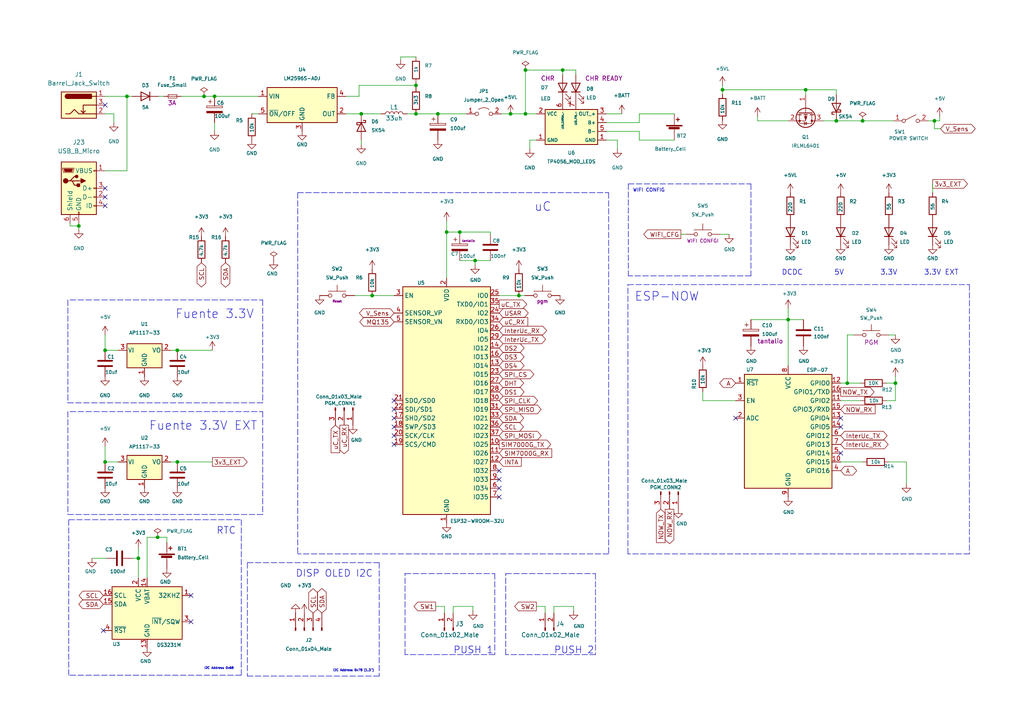
<source format=kicad_sch>
(kicad_sch (version 20211123) (generator eeschema)
  (paper "A4")
  (junction (at 62.23 27.94))
  (junction (at 245.745 111.125))
  (junction (at 51.435 133.985))
  (junction (at 271.018 35.052))
  (junction (at 259.715 111.125))
  (junction (at 107.95 85.725))
  (junction (at 30.48 101.6))
  (junction (at 152.4 33.02))
  (junction (at 120.65 24.765))
  (junction (at 127 33.02))
  (junction (at 129.54 67.31))
  (junction (at 120.65 33.02))
  (junction (at 45.72 155.829))
  (junction (at 242.57 35.052))
  (junction (at 133.35 67.31))
  (junction (at 40.132 161.925))
  (junction (at 228.6 92.71))
  (junction (at 36.83 27.94))
  (junction (at 104.775 33.02))
  (junction (at 30.48 133.985))
  (junction (at 209.55 26.035))
  (junction (at 59.182 27.94))
  (junction (at 250.19 35.052))
  (junction (at 152.4 20.32))
  (junction (at 22.86 65.532))
  (junction (at 51.435 101.6))
  (junction (at 233.68 26.035))
  (junction (at 137.795 75.565))
  (junction (at 148.082 33.02))
  (junction (at 150.495 85.725))
  (junction (at 163.195 20.32))
  (no_connect (at 30.48 54.61))
  (no_connect (at 30.48 57.15))
  (no_connect (at 30.48 59.69))
  (no_connect (at 55.372 172.72))
  (no_connect (at 243.84 123.825))
  (no_connect (at 243.84 121.285))
  (no_connect (at 29.972 182.88))
  (no_connect (at 114.3 116.205))
  (no_connect (at 114.3 123.825))
  (no_connect (at 114.3 121.285))
  (no_connect (at 114.3 118.745))
  (no_connect (at 114.3 128.905))
  (no_connect (at 114.3 126.365))
  (no_connect (at 144.78 139.065))
  (no_connect (at 144.78 144.145))
  (no_connect (at 144.78 141.605))
  (no_connect (at 144.78 136.525))
  (no_connect (at 213.36 121.285))
  (no_connect (at 55.372 180.34))
  (no_connect (at 243.84 131.445))
  (no_connect (at 30.48 30.48))
  (wire (pts (xy 30.48 101.6) (xy 34.29 101.6)))
  (wire (pts (xy 175.895 38.1) (xy 185.42 38.1)))
  (wire (pts (xy 129.54 67.31) (xy 129.54 80.645)))
  (wire (pts (xy 36.83 27.94) (xy 38.354 27.94)))
  (wire (pts (xy 127 33.02) (xy 135.255 33.02)))
  (wire (pts (xy 62.23 27.94) (xy 74.93 27.94)))
  (wire (pts (xy 148.082 33.02) (xy 152.4 33.02)))
  (wire (pts (xy 155.575 40.64) (xy 153.67 40.64)))
  (polyline (pts (xy 182.118 160.655) (xy 182.118 82.55)))
  (wire (pts (xy 203.835 113.665) (xy 203.835 116.205)))
  (wire (pts (xy 228.6 92.71) (xy 228.6 106.045)))
  (wire (pts (xy 175.895 40.64) (xy 179.07 40.64)))
  (wire (pts (xy 270.51 53.34) (xy 270.51 55.88)))
  (wire (pts (xy 38.481 161.925) (xy 40.132 161.925)))
  (wire (pts (xy 242.57 35.052) (xy 250.19 35.052)))
  (polyline (pts (xy 146.685 166.37) (xy 172.72 166.37)))
  (polyline (pts (xy 71.755 163.195) (xy 71.755 196.088)))
  (wire (pts (xy 52.578 27.94) (xy 59.182 27.94)))
  (wire (pts (xy 175.895 33.02) (xy 180.34 33.02)))
  (polyline (pts (xy 143.51 189.865) (xy 117.475 189.865)))
  (wire (pts (xy 163.195 20.32) (xy 163.195 21.59)))
  (wire (pts (xy 262.89 133.985) (xy 262.89 140.335)))
  (wire (pts (xy 116.205 16.51) (xy 120.65 16.51)))
  (polyline (pts (xy 109.982 196.088) (xy 71.755 196.088)))
  (wire (pts (xy 257.81 133.985) (xy 262.89 133.985)))
  (wire (pts (xy 107.95 85.725) (xy 114.3 85.725)))
  (polyline (pts (xy 146.685 166.37) (xy 146.685 166.37)))
  (wire (pts (xy 133.35 67.31) (xy 133.35 67.945)))
  (wire (pts (xy 197.485 67.945) (xy 198.755 67.945)))
  (wire (pts (xy 228.6 92.71) (xy 233.045 92.71)))
  (wire (pts (xy 120.65 24.765) (xy 104.14 24.765)))
  (wire (pts (xy 104.775 40.64) (xy 104.775 41.91)))
  (wire (pts (xy 40.132 161.925) (xy 40.132 167.64)))
  (wire (pts (xy 269.24 35.052) (xy 271.018 35.052)))
  (polyline (pts (xy 20.32 119.38) (xy 76.2 119.38)))
  (polyline (pts (xy 217.805 80.01) (xy 182.245 80.01)))
  (polyline (pts (xy 19.685 86.995) (xy 19.685 116.84)))
  (polyline (pts (xy 69.977 150.749) (xy 69.977 195.834)))
  (polyline (pts (xy 143.51 166.37) (xy 143.51 189.865)))
  (wire (pts (xy 142.24 67.945) (xy 142.24 67.31)))
  (wire (pts (xy 242.57 27.432) (xy 242.57 26.035)))
  (polyline (pts (xy 19.939 150.749) (xy 19.939 195.834)))
  (wire (pts (xy 120.65 24.13) (xy 120.65 24.765)))
  (wire (pts (xy 120.65 33.02) (xy 127 33.02)))
  (wire (pts (xy 20.32 64.77) (xy 20.32 65.532)))
  (wire (pts (xy 116.205 16.51) (xy 116.205 17.399)))
  (wire (pts (xy 185.42 33.02) (xy 195.58 33.02)))
  (wire (pts (xy 217.805 92.71) (xy 228.6 92.71)))
  (polyline (pts (xy 71.755 163.195) (xy 109.982 163.195)))
  (wire (pts (xy 62.23 35.56) (xy 62.23 37.973)))
  (polyline (pts (xy 109.982 163.195) (xy 109.982 196.088)))
  (wire (pts (xy 228.6 89.535) (xy 228.6 92.71)))
  (wire (pts (xy 137.16 177.165) (xy 137.16 175.895)))
  (polyline (pts (xy 69.977 195.834) (xy 19.939 195.834)))
  (wire (pts (xy 160.655 175.895) (xy 160.655 177.8)))
  (wire (pts (xy 137.16 175.895) (xy 131.445 175.895)))
  (wire (pts (xy 185.42 33.02) (xy 185.42 35.56)))
  (polyline (pts (xy 19.685 119.38) (xy 19.685 149.225)))
  (wire (pts (xy 59.182 27.94) (xy 62.23 27.94)))
  (wire (pts (xy 219.71 35.052) (xy 219.71 33.782)))
  (wire (pts (xy 203.835 116.205) (xy 213.36 116.205)))
  (wire (pts (xy 257.175 116.205) (xy 259.715 116.205)))
  (polyline (pts (xy 20.32 86.995) (xy 76.2 86.995)))
  (wire (pts (xy 242.57 26.035) (xy 233.68 26.035)))
  (polyline (pts (xy 76.2 116.84) (xy 19.685 116.84)))
  (wire (pts (xy 179.07 40.64) (xy 179.07 43.18)))
  (polyline (pts (xy 172.72 189.865) (xy 146.685 189.865)))
  (wire (pts (xy 243.84 116.205) (xy 249.555 116.205)))
  (wire (pts (xy 51.435 133.985) (xy 61.595 133.985)))
  (wire (pts (xy 152.4 33.02) (xy 155.575 33.02)))
  (wire (pts (xy 40.132 159.004) (xy 40.132 161.925)))
  (wire (pts (xy 250.19 35.052) (xy 259.08 35.052)))
  (wire (pts (xy 48.387 155.829) (xy 45.72 155.829)))
  (wire (pts (xy 49.53 101.6) (xy 51.435 101.6)))
  (wire (pts (xy 128.905 175.895) (xy 128.905 177.8)))
  (wire (pts (xy 259.715 116.205) (xy 259.715 111.125)))
  (wire (pts (xy 185.42 40.64) (xy 195.58 40.64)))
  (polyline (pts (xy 76.2 86.995) (xy 76.2 116.84)))
  (polyline (pts (xy 281.178 82.55) (xy 281.178 160.655)))
  (wire (pts (xy 185.42 38.1) (xy 185.42 40.64)))
  (polyline (pts (xy 217.805 53.34) (xy 217.805 80.01)))
  (wire (pts (xy 118.11 33.02) (xy 120.65 33.02)))
  (wire (pts (xy 209.55 26.035) (xy 233.68 26.035)))
  (wire (pts (xy 166.37 177.165) (xy 166.37 175.895)))
  (wire (pts (xy 131.445 175.895) (xy 131.445 177.8)))
  (wire (pts (xy 48.387 157.353) (xy 48.387 155.829)))
  (wire (pts (xy 100.33 33.02) (xy 104.775 33.02)))
  (wire (pts (xy 22.86 66.548) (xy 22.86 65.532)))
  (wire (pts (xy 245.745 97.155) (xy 245.745 111.125)))
  (polyline (pts (xy 146.685 189.865) (xy 146.685 166.37)))
  (wire (pts (xy 209.55 26.035) (xy 209.55 27.305)))
  (wire (pts (xy 20.32 65.532) (xy 22.86 65.532)))
  (wire (pts (xy 133.35 67.31) (xy 142.24 67.31)))
  (wire (pts (xy 271.018 37.338) (xy 271.018 35.052)))
  (wire (pts (xy 167.005 21.59) (xy 167.005 20.32)))
  (polyline (pts (xy 176.53 55.88) (xy 176.53 160.655)))
  (wire (pts (xy 30.48 97.155) (xy 30.48 101.6)))
  (polyline (pts (xy 86.36 55.88) (xy 176.53 55.88)))
  (wire (pts (xy 243.84 111.125) (xy 245.745 111.125)))
  (wire (pts (xy 233.68 26.035) (xy 233.68 27.432)))
  (wire (pts (xy 33.02 35.56) (xy 33.02 33.02)))
  (wire (pts (xy 245.745 111.125) (xy 249.555 111.125)))
  (wire (pts (xy 271.018 35.052) (xy 272.542 35.052)))
  (polyline (pts (xy 182.118 82.55) (xy 281.178 82.55)))
  (wire (pts (xy 36.83 49.53) (xy 36.83 27.94)))
  (wire (pts (xy 126.365 175.895) (xy 128.905 175.895)))
  (wire (pts (xy 133.35 75.565) (xy 137.795 75.565)))
  (polyline (pts (xy 117.475 189.865) (xy 117.475 166.37)))
  (wire (pts (xy 209.55 24.765) (xy 209.55 26.035)))
  (polyline (pts (xy 182.245 53.34) (xy 182.245 80.01)))
  (wire (pts (xy 129.54 64.135) (xy 129.54 67.31)))
  (wire (pts (xy 137.795 75.565) (xy 142.24 75.565)))
  (wire (pts (xy 104.14 24.765) (xy 104.14 27.94)))
  (wire (pts (xy 185.42 35.56) (xy 175.895 35.56)))
  (wire (pts (xy 155.575 175.895) (xy 158.115 175.895)))
  (wire (pts (xy 150.495 85.725) (xy 152.273 85.725)))
  (wire (pts (xy 22.86 65.532) (xy 22.86 64.77)))
  (wire (pts (xy 272.542 35.052) (xy 272.542 33.782)))
  (wire (pts (xy 238.76 35.052) (xy 242.57 35.052)))
  (wire (pts (xy 100.33 27.94) (xy 104.14 27.94)))
  (wire (pts (xy 45.72 155.829) (xy 42.672 155.829)))
  (polyline (pts (xy 76.2 119.38) (xy 76.2 149.225)))
  (wire (pts (xy 129.54 67.31) (xy 133.35 67.31)))
  (polyline (pts (xy 281.178 160.655) (xy 182.118 160.655)))
  (wire (pts (xy 102.87 85.725) (xy 107.95 85.725)))
  (wire (pts (xy 42.672 155.829) (xy 42.672 167.64)))
  (wire (pts (xy 30.48 133.985) (xy 34.29 133.985)))
  (wire (pts (xy 257.81 97.155) (xy 259.715 97.155)))
  (wire (pts (xy 51.435 101.6) (xy 61.595 101.6)))
  (wire (pts (xy 30.48 49.53) (xy 36.83 49.53)))
  (wire (pts (xy 30.48 129.54) (xy 30.48 133.985)))
  (wire (pts (xy 158.115 175.895) (xy 158.115 177.8)))
  (wire (pts (xy 243.84 133.985) (xy 250.19 133.985)))
  (wire (pts (xy 145.415 33.02) (xy 148.082 33.02)))
  (wire (pts (xy 163.195 20.32) (xy 152.4 20.32)))
  (polyline (pts (xy 176.53 160.655) (xy 86.36 160.655)))
  (wire (pts (xy 259.715 111.125) (xy 259.715 109.22)))
  (wire (pts (xy 167.005 20.32) (xy 163.195 20.32)))
  (polyline (pts (xy 76.2 149.225) (xy 19.685 149.225)))
  (wire (pts (xy 26.67 161.925) (xy 30.861 161.925)))
  (wire (pts (xy 272.796 37.338) (xy 271.018 37.338)))
  (wire (pts (xy 208.915 67.945) (xy 211.455 67.945)))
  (polyline (pts (xy 86.36 55.88) (xy 86.36 160.655)))
  (wire (pts (xy 45.974 27.94) (xy 47.498 27.94)))
  (wire (pts (xy 152.4 20.32) (xy 152.4 33.02)))
  (polyline (pts (xy 19.939 150.749) (xy 69.977 150.749)))
  (wire (pts (xy 153.67 40.64) (xy 153.67 43.18)))
  (wire (pts (xy 120.65 24.765) (xy 120.65 25.4)))
  (wire (pts (xy 257.175 111.125) (xy 259.715 111.125)))
  (wire (pts (xy 247.65 97.155) (xy 245.745 97.155)))
  (wire (pts (xy 33.02 33.02) (xy 30.48 33.02)))
  (wire (pts (xy 104.775 33.02) (xy 110.49 33.02)))
  (polyline (pts (xy 182.245 53.34) (xy 217.805 53.34)))
  (wire (pts (xy 137.795 76.835) (xy 137.795 75.565)))
  (wire (pts (xy 166.37 175.895) (xy 160.655 175.895)))
  (wire (pts (xy 30.48 27.94) (xy 36.83 27.94)))
  (wire (pts (xy 49.53 133.985) (xy 51.435 133.985)))
  (polyline (pts (xy 172.72 166.37) (xy 172.72 189.865)))
  (polyline (pts (xy 117.475 166.37) (xy 117.475 166.37)))
  (wire (pts (xy 144.78 85.725) (xy 150.495 85.725)))
  (polyline (pts (xy 117.475 166.37) (xy 143.51 166.37)))
  (wire (pts (xy 73.025 33.02) (xy 74.93 33.02)))
  (wire (pts (xy 228.6 35.052) (xy 219.71 35.052)))
  (text "5V" (at 241.935 80.01 0) (effects (font (size 1.5 1.5)) (justify left bottom)))
  (text "WIFI CONFIG" (at 183.515 55.88 0) (effects (font (size 1 1)) (justify left bottom)))
  (text "DISP OLED I2C" (at 85.725 167.64 0) (effects (font (size 2 2)) (justify left bottom)))
  (text "Fuente 3.3V" (at 50.8 92.71 0) (effects (font (size 2.54 2.54)) (justify left bottom)))
  (text "PUSH 1" (at 131.445 189.865 0) (effects (font (size 2 2)) (justify left bottom)))
  (text "I2C Address 0x78 (1.3\")" (at 96.52 194.945 0) (effects (font (size 0.635 0.635)) (justify left bottom)))
  (text "I2C Address 0x68" (at 59.182 194.31 0) (effects (font (size 0.635 0.635)) (justify left bottom)))
  (text "uC" (at 154.94 61.595 0) (effects (font (size 2.54 2.54)) (justify left bottom)))
  (text "ESP-NOW" (at 184.023 87.63 0) (effects (font (size 2.54 2.54)) (justify left bottom)))
  (text "Fuente 3.3V EXT" (at 43.18 125.095 0) (effects (font (size 2.54 2.54)) (justify left bottom)))
  (text "DCDC" (at 226.695 80.01 0) (effects (font (size 1.5 1.5)) (justify left bottom)))
  (text "PUSH 2" (at 160.655 189.865 0) (effects (font (size 2 2)) (justify left bottom)))
  (text "RTC" (at 62.738 155.194 0) (effects (font (size 2 2)) (justify left bottom)))
  (text "3.3V" (at 255.27 80.01 0) (effects (font (size 1.5 1.5)) (justify left bottom)))
  (text "3.3V EXT" (at 267.97 80.01 0) (effects (font (size 1.5 1.5)) (justify left bottom)))
  (global_label "SCL" (shape bidirectional) (at 58.42 76.2 270) (property "Referencias entre hojas" "${INTERSHEET_REFS}" (effects hide)))
  (global_label "SPI_CS" (shape bidirectional) (at 144.78 108.585 0) (property "Referencias entre hojas" "${INTERSHEET_REFS}" (effects hide)))
  (global_label "3v3_EXT" (shape output) (at 61.595 133.985 0) (property "Referencias entre hojas" "${INTERSHEET_REFS}" (effects hide)))
  (global_label "3v3_EXT" (shape output) (at 270.51 53.34 0) (property "Referencias entre hojas" "${INTERSHEET_REFS}" (effects hide)))
  (global_label "A" (shape bidirectional) (at 243.84 136.525 0) (property "Referencias entre hojas" "${INTERSHEET_REFS}" (effects hide)))
  (global_label "SCL" (shape bidirectional) (at 144.78 123.825 0) (property "Referencias entre hojas" "${INTERSHEET_REFS}" (effects hide)))
  (global_label "NOW_TX" (shape output) (at 243.84 113.665 0) (property "Referencias entre hojas" "${INTERSHEET_REFS}" (effects hide)))
  (global_label "V_Sens" (shape bidirectional) (at 114.3 90.805 180) (property "Referencias entre hojas" "${INTERSHEET_REFS}" (effects hide)))
  (global_label "InterUc_RX" (shape bidirectional) (at 144.78 95.885 0) (property "Referencias entre hojas" "${INTERSHEET_REFS}" (effects hide)))
  (global_label "InterUc_TX" (shape bidirectional) (at 243.84 126.365 0) (property "Referencias entre hojas" "${INTERSHEET_REFS}" (effects hide)))
  (global_label "NOW_RX" (shape input) (at 243.84 118.745 0) (property "Referencias entre hojas" "${INTERSHEET_REFS}" (effects hide)))
  (global_label "uC_TX" (shape input) (at 97.282 123.317 270) (property "Referencias entre hojas" "${INTERSHEET_REFS}" (effects hide)))
  (global_label "A" (shape bidirectional) (at 213.36 111.125 180) (property "Referencias entre hojas" "${INTERSHEET_REFS}" (effects hide)))
  (global_label "SCL" (shape bidirectional) (at 29.972 172.72 180) (property "Referencias entre hojas" "${INTERSHEET_REFS}" (effects hide)))
  (global_label "DS1" (shape bidirectional) (at 144.78 113.665 0) (property "Referencias entre hojas" "${INTERSHEET_REFS}" (effects hide)))
  (global_label "SIM7000G_RX" (shape input) (at 144.78 131.445 0) (property "Referencias entre hojas" "${INTERSHEET_REFS}" (effects hide)))
  (global_label "DHT" (shape bidirectional) (at 144.78 111.125 0) (property "Referencias entre hojas" "${INTERSHEET_REFS}" (effects hide)))
  (global_label "SDA" (shape bidirectional) (at 93.345 177.8 90) (property "Referencias entre hojas" "${INTERSHEET_REFS}" (effects hide)))
  (global_label "SDA" (shape bidirectional) (at 29.972 175.26 180) (property "Referencias entre hojas" "${INTERSHEET_REFS}" (effects hide)))
  (global_label "SPI_MISO" (shape bidirectional) (at 144.78 118.745 0) (property "Referencias entre hojas" "${INTERSHEET_REFS}" (effects hide)))
  (global_label "SDA" (shape bidirectional) (at 144.78 121.285 0) (property "Referencias entre hojas" "${INTERSHEET_REFS}" (effects hide)))
  (global_label "InterUc_TX" (shape bidirectional) (at 144.78 98.425 0) (property "Referencias entre hojas" "${INTERSHEET_REFS}" (effects hide)))
  (global_label "V_Sens" (shape bidirectional) (at 272.796 37.338 0) (property "Referencias entre hojas" "${INTERSHEET_REFS}" (effects hide)))
  (global_label "INTA" (shape input) (at 144.78 133.985 0) (property "Referencias entre hojas" "${INTERSHEET_REFS}" (effects hide)))
  (global_label "NOW_RX" (shape output) (at 194.183 147.701 270) (property "Referencias entre hojas" "${INTERSHEET_REFS}" (effects hide)))
  (global_label "DS3" (shape bidirectional) (at 144.78 103.505 0) (property "Referencias entre hojas" "${INTERSHEET_REFS}" (effects hide)))
  (global_label "MQ135" (shape bidirectional) (at 114.3 93.345 180) (property "Referencias entre hojas" "${INTERSHEET_REFS}" (effects hide)))
  (global_label "uC_TX" (shape output) (at 144.78 88.265 0) (property "Referencias entre hojas" "${INTERSHEET_REFS}" (effects hide)))
  (global_label "DS2" (shape bidirectional) (at 144.78 100.965 0) (property "Referencias entre hojas" "${INTERSHEET_REFS}" (effects hide)))
  (global_label "DS4" (shape bidirectional) (at 144.78 106.045 0) (property "Referencias entre hojas" "${INTERSHEET_REFS}" (effects hide)))
  (global_label "InterUc_RX" (shape bidirectional) (at 243.84 128.905 0) (property "Referencias entre hojas" "${INTERSHEET_REFS}" (effects hide)))
  (global_label "SPI_MOSI" (shape bidirectional) (at 144.78 126.365 0) (property "Referencias entre hojas" "${INTERSHEET_REFS}" (effects hide)))
  (global_label "SW1" (shape output) (at 126.365 175.895 180) (property "Referencias entre hojas" "${INTERSHEET_REFS}" (effects hide)))
  (global_label "NOW_TX" (shape input) (at 191.643 147.701 270) (property "Referencias entre hojas" "${INTERSHEET_REFS}" (effects hide)))
  (global_label "SDA" (shape bidirectional) (at 65.405 76.2 270) (property "Referencias entre hojas" "${INTERSHEET_REFS}" (effects hide)))
  (global_label "uC_RX" (shape input) (at 144.78 93.345 0) (property "Referencias entre hojas" "${INTERSHEET_REFS}" (effects hide)))
  (global_label "SCL" (shape bidirectional) (at 90.805 177.8 90) (property "Referencias entre hojas" "${INTERSHEET_REFS}" (effects hide)))
  (global_label "SW2" (shape output) (at 155.575 175.895 180) (property "Referencias entre hojas" "${INTERSHEET_REFS}" (effects hide)))
  (global_label "SPI_CLK" (shape bidirectional) (at 144.78 116.205 0) (property "Referencias entre hojas" "${INTERSHEET_REFS}" (effects hide)))
  (global_label "USAR" (shape bidirectional) (at 144.78 90.805 0) (property "Referencias entre hojas" "${INTERSHEET_REFS}" (effects hide)))
  (global_label "WIFI_CFG" (shape output) (at 197.485 67.945 180) (property "Referencias entre hojas" "${INTERSHEET_REFS}" (effects hide)))
  (global_label "SIM7000G_TX" (shape output) (at 144.78 128.905 0) (property "Referencias entre hojas" "${INTERSHEET_REFS}" (effects hide)))
  (global_label "uC_RX" (shape output) (at 99.822 123.317 270) (property "Referencias entre hojas" "${INTERSHEET_REFS}" (effects hide)))
  (symbol (lib_id "Connector:USB_B_Micro") (at 22.86 54.61 0) (unit 1)
    (property "Reference" "J23" (at 22.86 41.275 0))
    (property "Value" "USB_B_Micro" (at 22.86 43.815 0))
  )
  (symbol (lib_id "power:+3.3V") (at 61.595 101.6 0) (unit 1)
    (property "Reference" "#PWR021" (effects hide))
    (property "Value" "+3.3V" (at 61.595 97.79 0) (effects (font (size 1 1))))
  )
  (symbol (lib_id "Device:R") (at 73.025 36.83 180) (unit 1)
    (property "Reference" "R5" (at 70.485 34.925 0) (effects (font (size 1 1)) (justify left)))
    (property "Value" "10k" (at 73.025 35.56 90) (effects (font (size 1 1)) (justify left)))
    (property "Footprint" "Resistor_SMD:R_0805_2012Metric_Pad1.20x1.40mm_HandSolder" (effects hide))
  )
  (symbol (lib_id "Device:R") (at 257.81 59.69 0) (unit 1)
    (property "Reference" "R3" (at 260.35 58.4199 0) (effects (font (size 1 1)) (justify left)))
    (property "Value" "56" (at 257.81 60.96 90) (effects (font (size 1 1)) (justify left)))
    (property "Footprint" "Resistor_SMD:R_0805_2012Metric_Pad1.20x1.40mm_HandSolder" (effects hide))
  )
  (symbol (lib_id "power:GND") (at 137.16 177.165 0) (unit 1)
    (property "Reference" "#PWR035" (effects hide))
    (property "Value" "~" (at 140.335 181.61 0) (effects (font (size 1 1)) (justify right)))
  )
  (symbol (lib_id "Device:C") (at 51.435 137.795 0) (unit 1)
    (property "Reference" "C5" (at 52.07 135.89 0) (effects (font (size 1 1)) (justify left)))
    (property "Value" "10uf" (at 51.435 140.335 0) (effects (font (size 1 1)) (justify left)))
    (property "Footprint" "Capacitor_SMD:C_0805_2012Metric_Pad1.18x1.45mm_HandSolder" (effects hide))
    (property "Elemon" "C0805C106K8PAC7800" (effects hide))
  )
  (symbol (lib_id "Device:C") (at 30.48 137.795 0) (unit 1)
    (property "Reference" "C2" (at 31.115 135.89 0) (effects (font (size 1 1)) (justify left)))
    (property "Value" "10uf" (at 30.48 140.335 0) (effects (font (size 1 1)) (justify left)))
    (property "Footprint" "Capacitor_SMD:C_0805_2012Metric_Pad1.18x1.45mm_HandSolder" (effects hide))
    (property "Elemon" "C0805C106K8PAC7800" (effects hide))
  )
  (symbol (lib_id "power:GND") (at 51.435 141.605 0) (unit 1)
    (property "Reference" "#PWR020" (effects hide))
    (property "Value" "GND" (at 51.435 145.415 0) (effects (font (size 1 1))))
  )
  (symbol (lib_id "power:GND") (at 116.205 17.399 0) (unit 1)
    (property "Reference" "#PWR034" (effects hide))
    (property "Value" "GND" (at 116.205 22.86 0) (effects (font (size 1 1))))
  )
  (symbol (lib_id "Device:LED") (at 163.195 25.4 90) (unit 1)
    (property "Reference" "D7" (at 156.845 25.4 90) (effects (font (size 1 1)) (justify right)))
    (property "Value" "LED" (at 156.845 28.575 90) (effects (font (size 1 1)) (justify right)))
    (property "Footprint" "LED_SMD:LED_1206_3216Metric_Pad1.42x1.75mm_HandSolder" (effects hide))
    (property "Data" "CHR" (at 158.877 22.733 90))
  )
  (symbol (lib_id "power:+5V") (at 243.84 55.88 0) (unit 1)
    (property "Reference" "#PWR09" (effects hide))
    (property "Value" "+5V" (at 243.84 50.8 0) (effects (font (size 1 1))))
  )
  (symbol (lib_id "Device:L") (at 114.3 33.02 90) (unit 1)
    (property "Reference" "L1" (at 114.3 31.115 90))
    (property "Value" "33uh" (at 114.3 34.29 90))
    (property "Footprint" "Inductor_SMD:L_12x12mm_H6mm" (effects hide))
  )
  (symbol (lib_id "Mi Libreria:TP4056_MOD_LEDS") (at 165.735 36.83 0) (unit 1)
    (property "Reference" "U6" (at 165.735 44.323 0) (effects (font (size 1 1))))
    (property "Value" "TP4056_MOD_LEDS" (at 165.735 46.863 0) (effects (font (size 1 1))))
    (property "Footprint" "Mis huellas:TP4056_MOD_LEDS" (effects hide))
  )
  (symbol (lib_id "Device:C") (at 30.48 105.41 0) (unit 1)
    (property "Reference" "C1" (at 31.115 103.505 0) (effects (font (size 1 1)) (justify left)))
    (property "Value" "10uf" (at 30.48 107.95 0) (effects (font (size 1 1)) (justify left)))
    (property "Footprint" "Capacitor_SMD:C_0805_2012Metric_Pad1.18x1.45mm_HandSolder" (effects hide))
    (property "Elemon" "C0805C106K8PAC7800" (effects hide))
  )
  (symbol (lib_id "Device:R") (at 229.235 59.69 0) (unit 1)
    (property "Reference" "R1" (at 231.775 58.4199 0) (effects (font (size 1 1)) (justify left)))
    (property "Value" "220" (at 229.235 61.595 90) (effects (font (size 1 1)) (justify left)))
    (property "Footprint" "Resistor_SMD:R_0805_2012Metric_Pad1.20x1.40mm_HandSolder" (effects hide))
  )
  (symbol (lib_id "power:+3.3V") (at 88.265 177.8 0) (unit 1)
    (property "Reference" "#PWR026" (effects hide))
    (property "Value" "+3.3V" (at 88.265 169.799 0) (effects (font (size 1 1))))
  )
  (symbol (lib_id "Connector:Conn_01x03_Male") (at 99.822 118.237 270) (unit 1)
    (property "Reference" "PGM_CONN1" (at 94.107 116.967 90) (effects (font (size 1 1)) (justify left)))
    (property "Value" "Conn_01x03_Male" (at 91.567 115.062 90) (effects (font (size 1 1)) (justify left)))
    (property "Footprint" "Connector_PinHeader_2.54mm:PinHeader_1x03_P2.54mm_Vertical" (effects hide))
  )
  (symbol (lib_id "Device:C") (at 51.435 105.41 0) (unit 1)
    (property "Reference" "C4" (at 52.07 103.505 0) (effects (font (size 1 1)) (justify left)))
    (property "Value" "10uf" (at 51.435 107.95 0) (effects (font (size 1 1)) (justify left)))
    (property "Footprint" "Capacitor_SMD:C_0805_2012Metric_Pad1.18x1.45mm_HandSolder" (effects hide))
    (property "Elemon" "C0805C106K8PAC7800" (effects hide))
  )
  (symbol (lib_id "power:GND") (at 41.91 109.22 0) (unit 1)
    (property "Reference" "#PWR012" (effects hide))
    (property "Value" "GND" (at 41.91 114.681 0) (effects (font (size 1 1))))
  )
  (symbol (lib_id "power:GND") (at 92.71 85.725 0) (unit 1)
    (property "Reference" "#PWR027" (effects hide))
    (property "Value" "GND" (at 92.71 90.678 0) (effects (font (size 1 1))))
  )
  (symbol (lib_id "Connector:Conn_01x04_Male") (at 88.265 182.88 90) (unit 1)
    (property "Reference" "J2" (at 89.535 185.674 90) (effects (font (size 1 1))))
    (property "Value" "Conn_01x04_Male" (at 89.535 188.214 90) (effects (font (size 1 1))))
    (property "Footprint" "Connector_JST:JST_XH_B4B-XH-A_1x04_P2.50mm_Vertical" (effects hide))
  )
  (symbol (lib_id "power:GND") (at 196.723 147.701 0) (unit 1)
    (property "Reference" "#PWR043" (effects hide))
    (property "Value" "GND" (at 197.739 151.892 0) (effects (font (size 1 1))))
  )
  (symbol (lib_id "Device:R") (at 107.95 81.915 0) (unit 1)
    (property "Reference" "R6" (at 103.124 80.518 0) (effects (font (size 1 1)) (justify left)))
    (property "Value" "10k" (at 107.95 83.566 90) (effects (font (size 1 1)) (justify left)))
    (property "Footprint" "Resistor_SMD:R_0805_2012Metric_Pad1.20x1.40mm_HandSolder" (effects hide))
  )
  (symbol (lib_id "Switch:SW_SPST") (at 264.16 35.052 0) (unit 1)
    (property "Reference" "SW1" (at 260.985 38.227 0) (effects (font (size 1 1))))
    (property "Value" "POWER SWITCH" (at 263.525 40.132 0) (effects (font (size 1 1))))
    (property "Footprint" "Connector_JST:JST_XH_B2B-XH-A_1x02_P2.50mm_Vertical" (effects hide))
  )
  (symbol (lib_id "power:GND") (at 211.455 67.945 0) (unit 1)
    (property "Reference" "#PWR099" (effects hide))
    (property "Value" "GND" (at 211.582 72.3392 0) (effects (font (size 1 1))))
  )
  (symbol (lib_id "Device:R") (at 65.405 72.39 0) (unit 1)
    (property "Reference" "R16" (at 61.214 68.834 0) (effects (font (size 1 1)) (justify left)))
    (property "Value" "4.7k" (at 65.405 74.295 90) (effects (font (size 1 1)) (justify left)))
    (property "Footprint" "Resistor_SMD:R_0805_2012Metric_Pad1.20x1.40mm_HandSolder" (effects hide))
  )
  (symbol (lib_id "power:+5V") (at 272.542 33.782 0) (unit 1)
    (property "Reference" "#PWR058" (effects hide))
    (property "Value" "+5V" (at 272.542 28.575 0) (effects (font (size 1 1))))
  )
  (symbol (lib_id "Device:R") (at 253.365 111.125 270) (unit 1)
    (property "Reference" "R12" (at 257.302 113.03 90) (effects (font (size 1 1))))
    (property "Value" "10K" (at 253.365 111.125 90) (effects (font (size 1 1))))
    (property "Footprint" "Resistor_SMD:R_0805_2012Metric_Pad1.20x1.40mm_HandSolder" (effects hide))
  )
  (symbol (lib_id "power:PWR_FLAG") (at 152.4 20.32 0) (unit 1)
    (property "Reference" "#FLG03" (effects hide))
    (property "Value" "PWR_FLAG" (at 152.4 15.24 0) (effects (font (size 1 1))))
  )
  (symbol (lib_id "power:+3.3V") (at 259.715 109.22 0) (unit 1)
    (property "Reference" "#PWR055" (effects hide))
    (property "Value" "+3.3V" (at 260.096 104.8258 0) (effects (font (size 1 1))))
  )
  (symbol (lib_id "power:GND") (at 87.63 38.1 0) (unit 1)
    (property "Reference" "#PWR028" (effects hide))
    (property "Value" "GND" (at 87.63 41.91 0) (effects (font (size 1 1))))
  )
  (symbol (lib_id "Connector:Conn_01x03_Male") (at 194.183 142.621 270) (unit 1)
    (property "Reference" "PGM_CONN2" (at 188.468 141.351 90) (effects (font (size 1 1)) (justify left)))
    (property "Value" "Conn_01x03_Male" (at 185.928 139.446 90) (effects (font (size 1 1)) (justify left)))
    (property "Footprint" "Connector_PinHeader_2.54mm:PinHeader_1x03_P2.54mm_Vertical" (effects hide))
  )
  (symbol (lib_id "power:GND") (at 85.725 177.8 180) (unit 1)
    (property "Reference" "#PWR025" (effects hide))
    (property "Value" "GND" (at 81.28 169.799 0) (effects (font (size 1 1)) (justify right)))
  )
  (symbol (lib_id "power:GND") (at 102.362 123.317 0) (unit 1)
    (property "Reference" "#PWR029" (effects hide))
    (property "Value" "GND" (at 103.378 127.635 0) (effects (font (size 1 1))))
  )
  (symbol (lib_id "Transistor_FET:IRLML6401") (at 233.68 32.512 270) (unit 1)
    (property "Reference" "Q1" (at 233.68 39.751 90) (effects (font (size 1 1))))
    (property "Value" "IRLML6401" (at 233.68 42.291 90) (effects (font (size 1 1))))
    (property "Footprint" "Package_TO_SOT_SMD:SOT-23" (effects hide))
    (property "Datasheet" "https://www.infineon.com/dgdl/irlml6401pbf.pdf?fileId=5546d462533600a401535668b96d2634" (effects hide))
  )
  (symbol (lib_id "power:GND") (at 243.84 71.12 0) (unit 1)
    (property "Reference" "#PWR010" (effects hide))
    (property "Value" "GND" (at 243.84 74.93 0) (effects (font (size 1 1))))
  )
  (symbol (lib_id "power:GND") (at 229.235 71.12 0) (unit 1)
    (property "Reference" "#PWR02" (effects hide))
    (property "Value" "GND" (at 229.235 74.93 0) (effects (font (size 1 1))))
  )
  (symbol (lib_id "power:GND") (at 262.89 140.335 0) (unit 1)
    (property "Reference" "#PWR056" (effects hide))
    (property "Value" "GND" (at 263.017 144.7292 0) (effects (font (size 1 1))))
  )
  (symbol (lib_id "Device:D_Schottky") (at 104.775 36.83 270) (unit 1)
    (property "Reference" "D6" (at 107.696 35.2424 90) (effects (font (size 1 1)) (justify left)))
    (property "Value" "SK54" (at 107.696 37.7824 90) (effects (font (size 1 1)) (justify left)))
    (property "Footprint" "Diode_SMD:D_SMC_Handsoldering" (effects hide))
    (property "Elemon" "DI1356220" (effects hide))
  )
  (symbol (lib_id "Device:C_Polarized") (at 127 36.83 0) (unit 1)
    (property "Reference" "C9" (at 130.556 34.6709 0) (effects (font (size 1 1)) (justify left)))
    (property "Value" "100uf" (at 130.556 37.2109 0) (effects (font (size 1 1)) (justify left)))
    (property "Footprint" "Capacitor_SMD:CP_Elec_6.3x7.7" (effects hide))
    (property "Elemon" "25CE100FS" (effects hide))
  )
  (symbol (lib_id "Switch:SW_Push") (at 97.79 85.725 0) (unit 1)
    (property "Reference" "SW2" (at 97.79 77.978 0) (effects (font (size 1 1))))
    (property "Value" "SW_Push" (at 97.79 80.518 0) (effects (font (size 1 1))))
    (property "Footprint" "Button_Switch_SMD:SW_Push_1P1T_NO_6x6mm_H9.5mm" (effects hide))
    (property "Info" "Reset" (at 97.79 87.376 0) (effects (font (size 0.635 0.635))))
  )
  (symbol (lib_id "Jumper:Jumper_2_Open") (at 140.335 33.02 0) (unit 1)
    (property "Reference" "JP1" (at 140.335 26.416 0) (effects (font (size 1 1))))
    (property "Value" "Jumper_2_Open" (at 140.335 28.956 0) (effects (font (size 1 1))))
    (property "Footprint" "TestPoint:TestPoint_2Pads_Pitch2.54mm_Drill0.8mm" (effects hide))
  )
  (symbol (lib_id "power:GND") (at 270.51 71.12 0) (unit 1)
    (property "Reference" "#PWR022" (effects hide))
    (property "Value" "GND" (at 270.51 74.93 0) (effects (font (size 1 1))))
  )
  (symbol (lib_id "Device:C_Polarized") (at 133.35 71.755 0) (unit 1)
    (property "Reference" "C7" (at 130.81 73.66 0) (effects (font (size 1 1)) (justify left)))
    (property "Value" "100uf" (at 133.35 74.295 0) (effects (font (size 1 1)) (justify left)))
    (property "Footprint" "Capacitor_Tantalum_SMD:CP_EIA-7343-31_Kemet-D_Pad2.25x2.55mm_HandSolder" (effects hide))
    (property "Data" "tantalio" (at 135.89 69.85 0) (effects (font (size 0.635 0.635))))
    (property "Elemon" "TAJD107K010RNJ" (effects hide))
  )
  (symbol (lib_id "power:GND") (at 22.86 66.548 0) (unit 1)
    (property "Reference" "#PWR014" (effects hide))
    (property "Value" "GND" (at 22.86 72.009 0) (effects (font (size 1 1))))
  )
  (symbol (lib_id "Device:D_Schottky") (at 242.57 31.242 90) (unit 1)
    (property "Reference" "D9" (at 240.03 28.702 90) (effects (font (size 1 1)) (justify right)))
    (property "Value" "SK54" (at 243.205 33.782 90) (effects (font (size 1 1)) (justify right)))
    (property "Footprint" "Diode_SMD:D_SMC_Handsoldering" (effects hide))
    (property "Elemon" "DI1356220" (effects hide))
  )
  (symbol (lib_id "power:PWR_FLAG") (at 79.375 75.565 0) (unit 1)
    (property "Reference" "#FLG04" (effects hide))
    (property "Value" "PWR_FLAG" (at 79.375 70.485 0) (effects (font (size 1 1))))
  )
  (symbol (lib_id "power:+5VL") (at 209.55 24.765 0) (unit 1)
    (property "Reference" "#PWR051" (effects hide))
    (property "Value" "+5VL" (at 209.55 19.939 0) (effects (font (size 1 1))))
  )
  (symbol (lib_id "Device:R") (at 243.84 59.69 0) (unit 1)
    (property "Reference" "R2" (at 246.38 58.4199 0) (effects (font (size 1 1)) (justify left)))
    (property "Value" "220" (at 243.84 61.595 90) (effects (font (size 1 1)) (justify left)))
    (property "Footprint" "Resistor_SMD:R_0805_2012Metric_Pad1.20x1.40mm_HandSolder" (effects hide))
  )
  (symbol (lib_id "Device:LED") (at 229.235 67.31 90) (unit 1)
    (property "Reference" "D1" (at 232.41 67.6274 90) (effects (font (size 1 1)) (justify right)))
    (property "Value" "LED" (at 232.41 70.1674 90) (effects (font (size 1 1)) (justify right)))
    (property "Footprint" "LED_SMD:LED_1206_3216Metric_Pad1.42x1.75mm_HandSolder" (effects hide))
  )
  (symbol (lib_id "Device:R") (at 150.495 81.915 0) (unit 1)
    (property "Reference" "R9" (at 145.669 80.518 0) (effects (font (size 1 1)) (justify left)))
    (property "Value" "10k" (at 150.495 83.82 90) (effects (font (size 1 1)) (justify left)))
    (property "Footprint" "Resistor_SMD:R_0805_2012Metric_Pad1.20x1.40mm_HandSolder" (effects hide))
  )
  (symbol (lib_id "Device:C_Polarized") (at 217.805 96.52 0) (unit 1)
    (property "Reference" "C10" (at 220.98 94.3609 0) (effects (font (size 1 1)) (justify left)))
    (property "Value" "100uf" (at 220.98 96.9009 0) (effects (font (size 1 1)) (justify left)))
    (property "Footprint" "Capacitor_Tantalum_SMD:CP_EIA-7343-31_Kemet-D_Pad2.25x2.55mm_HandSolder" (effects hide))
    (property "Info" "tantalio" (at 223.393 98.933 0))
    (property "Elemon" "TAJD107K010RNJ" (effects hide))
  )
  (symbol (lib_id "Device:Fuse_Small") (at 50.038 27.94 0) (unit 1)
    (property "Reference" "F1" (at 50.038 22.733 0) (effects (font (size 1 1))))
    (property "Value" "Fuse_Small" (at 49.911 24.638 0) (effects (font (size 1 1))))
    (property "Data" "3A" (at 49.911 29.845 0))
  )
  (symbol (lib_id "Device:LED") (at 257.81 67.31 90) (unit 1)
    (property "Reference" "D4" (at 260.985 67.6274 90) (effects (font (size 1 1)) (justify right)))
    (property "Value" "LED" (at 260.985 70.1674 90) (effects (font (size 1 1)) (justify right)))
    (property "Footprint" "LED_SMD:LED_1206_3216Metric_Pad1.42x1.75mm_HandSolder" (effects hide))
  )
  (symbol (lib_id "power:GND") (at 30.48 141.605 0) (unit 1)
    (property "Reference" "#PWR07" (effects hide))
    (property "Value" "GND" (at 30.48 145.415 0) (effects (font (size 1 1))))
  )
  (symbol (lib_id "power:PWR_FLAG") (at 250.19 35.052 0) (unit 1)
    (property "Reference" "#FLG05" (effects hide))
    (property "Value" "PWR_FLAG" (at 250.19 29.972 0) (effects (font (size 1 1))))
  )
  (symbol (lib_id "power:+3.3V") (at 228.6 89.535 0) (unit 1)
    (property "Reference" "#PWR048" (effects hide))
    (property "Value" "+3.3V" (at 228.981 85.1408 0) (effects (font (size 1 1))))
  )
  (symbol (lib_id "power:GND") (at 30.48 109.22 0) (unit 1)
    (property "Reference" "#PWR05" (effects hide))
    (property "Value" "GND" (at 30.48 114.681 0) (effects (font (size 1 1))))
  )
  (symbol (lib_id "Device:Battery_Cell") (at 195.58 38.1 0) (unit 1)
    (property "Reference" "BT2" (at 196.215 39.37 0) (effects (font (size 1 1)) (justify left)))
    (property "Value" "Battery_Cell" (at 189.865 43.18 0) (effects (font (size 1 1)) (justify left)))
  )
  (symbol (lib_id "power:GND") (at 129.54 151.765 0) (unit 1)
    (property "Reference" "#PWR033" (effects hide))
    (property "Value" "GND" (at 129.54 155.575 0) (effects (font (size 1 1))))
  )
  (symbol (lib_id "power:GND") (at 73.025 40.64 0) (unit 1)
    (property "Reference" "#PWR024" (effects hide))
    (property "Value" "GND" (at 73.025 44.45 0) (effects (font (size 1 1))))
  )
  (symbol (lib_id "power:+3.3V") (at 107.95 78.105 0) (unit 1)
    (property "Reference" "#PWR030" (effects hide))
    (property "Value" "+3.3V" (at 107.95 72.39 0) (effects (font (size 1 1))))
  )
  (symbol (lib_id "Switch:SW_Push") (at 157.353 85.725 0) (mirror y) (unit 1)
    (property "Reference" "SW3" (at 157.353 77.978 0) (effects (font (size 1 1))))
    (property "Value" "SW_Push" (at 157.353 80.518 0) (effects (font (size 1 1))))
    (property "Footprint" "Button_Switch_SMD:SW_Push_1P1T_NO_6x6mm_H9.5mm" (effects hide))
    (property "Info" "pgm" (at 157.353 87.376 0) (effects (font (size 1 1))))
  )
  (symbol (lib_id "power:GND") (at 137.795 76.835 0) (unit 1)
    (property "Reference" "#PWR036" (effects hide))
    (property "Value" "GND" (at 137.922 81.2292 0) (effects (font (size 1 1))))
  )
  (symbol (lib_id "power:GND") (at 162.433 85.725 0) (mirror y) (unit 1)
    (property "Reference" "#PWR039" (effects hide))
    (property "Value" "GND" (at 162.433 90.678 0) (effects (font (size 1 1))))
  )
  (symbol (lib_id "power:+3.3V") (at 129.54 64.135 0) (unit 1)
    (property "Reference" "#PWR032" (effects hide))
    (property "Value" "+3.3V" (at 129.54 58.42 0) (effects (font (size 1 1))))
  )
  (symbol (lib_id "power:+5VL") (at 229.235 55.88 0) (unit 1)
    (property "Reference" "#PWR01" (effects hide))
    (property "Value" "+5VL" (at 229.235 50.8 0) (effects (font (size 1 1))))
  )
  (symbol (lib_id "power:+BATT") (at 219.71 33.782 0) (unit 1)
    (property "Reference" "#PWR053" (effects hide))
    (property "Value" "+BATT" (at 219.71 28.448 0) (effects (font (size 1 1))))
  )
  (symbol (lib_id "power:+5V") (at 30.48 129.54 0) (unit 1)
    (property "Reference" "#PWR06" (effects hide))
    (property "Value" "+5V" (at 30.48 124.333 0) (effects (font (size 1 1))))
  )
  (symbol (lib_id "power:+3.3V") (at 40.132 159.004 0) (unit 1)
    (property "Reference" "#PWR011" (effects hide))
    (property "Value" "+3.3V" (at 40.132 154.559 0) (effects (font (size 1 1))))
  )
  (symbol (lib_id "Device:R") (at 270.51 59.69 0) (unit 1)
    (property "Reference" "R4" (at 273.05 58.4199 0) (effects (font (size 1 1)) (justify left)))
    (property "Value" "56" (at 270.51 60.96 90) (effects (font (size 1 1)) (justify left)))
    (property "Footprint" "Resistor_SMD:R_0805_2012Metric_Pad1.20x1.40mm_HandSolder" (effects hide))
  )
  (symbol (lib_id "Connector:Barrel_Jack_Switch") (at 22.86 30.48 0) (unit 1)
    (property "Reference" "J1" (at 22.86 21.59 0))
    (property "Value" "Barrel_Jack_Switch" (at 22.86 24.13 0))
    (property "Footprint" "Connector_BarrelJack:BarrelJack_Horizontal" (effects hide))
  )
  (symbol (lib_id "power:GND") (at 79.375 75.565 0) (unit 1)
    (property "Reference" "#PWR057" (effects hide))
    (property "Value" "GND" (at 77.343 79.375 0) (effects (font (size 1 1)) (justify left)))
  )
  (symbol (lib_id "Connector:Conn_01x02_Male") (at 128.905 182.88 90) (unit 1)
    (property "Reference" "J3" (at 132.08 180.975 90) (effects (justify right)))
    (property "Value" "Conn_01x02_Male" (at 121.92 184.15 90) (effects (justify right)))
    (property "Footprint" "Connector_JST:JST_XH_B2B-XH-A_1x02_P2.50mm_Vertical" (effects hide))
  )
  (symbol (lib_id "Device:C") (at 142.24 71.755 0) (unit 1)
    (property "Reference" "C8" (at 142.875 69.85 0) (effects (font (size 1 1)) (justify left)))
    (property "Value" "100nf" (at 142.24 74.295 0) (effects (font (size 1 1)) (justify left)))
    (property "Footprint" "Capacitor_SMD:C_0805_2012Metric_Pad1.18x1.45mm_HandSolder" (effects hide))
    (property "Elemon" "CL21B104KBCNNNC" (effects hide))
  )
  (symbol (lib_id "power:+3.3V") (at 65.405 68.58 0) (unit 1)
    (property "Reference" "#PWR060" (effects hide))
    (property "Value" "+3.3V" (at 65.405 62.865 0) (effects (font (size 1 1))))
  )
  (symbol (lib_id "Device:R") (at 254 133.985 270) (unit 1)
    (property "Reference" "R14" (at 257.81 135.255 90) (effects (font (size 1 1))))
    (property "Value" "10k" (at 254 133.985 90) (effects (font (size 1 1))))
    (property "Footprint" "Resistor_SMD:R_0805_2012Metric_Pad1.20x1.40mm_HandSolder" (effects hide))
  )
  (symbol (lib_id "Device:C") (at 34.671 161.925 270) (unit 1)
    (property "Reference" "C3" (at 30.48 159.385 90) (effects (font (size 1 1)) (justify left)))
    (property "Value" "100nf" (at 31.877 165.735 90) (effects (font (size 1 1)) (justify left)))
    (property "Footprint" "Capacitor_SMD:C_0805_2012Metric_Pad1.18x1.45mm_HandSolder" (effects hide))
    (property "Elemon" "CL21B104KBCNNNC" (effects hide))
  )
  (symbol (lib_id "power:+5VL") (at 148.082 33.02 0) (unit 1)
    (property "Reference" "#PWR041" (effects hide))
    (property "Value" "+5VL" (at 148.082 28.194 0) (effects (font (size 1 1))))
  )
  (symbol (lib_id "power:GND") (at 33.02 35.56 0) (unit 1)
    (property "Reference" "#PWR08" (effects hide))
    (property "Value" "GND" (at 33.02 41.021 0) (effects (font (size 1 1))))
  )
  (symbol (lib_id "RF_Module:ESP-07") (at 228.6 126.365 0) (unit 1)
    (property "Reference" "U7" (at 216.408 107.188 0) (effects (font (size 1 1)) (justify left)))
    (property "Value" "ESP-07" (at 233.934 107.315 0) (effects (font (size 1 1)) (justify left)))
    (property "Footprint" "RF_Module:ESP-07" (effects hide))
    (property "Datasheet" "http://wiki.ai-thinker.com/_media/esp8266/esp8266_series_modules_user_manual_v1.1.pdf" (effects hide))
  )
  (symbol (lib_id "Connector:Conn_01x02_Male") (at 158.115 182.88 90) (unit 1)
    (property "Reference" "J4" (at 161.29 180.975 90) (effects (justify right)))
    (property "Value" "Conn_01x02_Male" (at 151.13 184.15 90) (effects (justify right)))
    (property "Footprint" "Connector_JST:JST_XH_B2B-XH-A_1x02_P2.50mm_Vertical" (effects hide))
  )
  (symbol (lib_id "RF_Module:ESP32-WROOM-32U") (at 129.54 116.205 0) (unit 1)
    (property "Reference" "U5" (at 121.031 82.042 0) (effects (font (size 1 1)) (justify left)))
    (property "Value" "ESP32-WROOM-32U" (at 130.556 151.13 0) (effects (font (size 1 1)) (justify left)))
    (property "Footprint" "RF_Module:ESP32-WROOM-32U" (effects hide))
    (property "Datasheet" "https://www.espressif.com/sites/default/files/documentation/esp32-wroom-32d_esp32-wroom-32u_datasheet_en.pdf" (effects hide))
  )
  (symbol (lib_id "power:GND") (at 228.6 144.145 0) (unit 1)
    (property "Reference" "#PWR049" (effects hide))
    (property "Value" "GND" (at 228.727 148.5392 0) (effects (font (size 1 1))))
  )
  (symbol (lib_id "power:GND") (at 166.37 177.165 0) (unit 1)
    (property "Reference" "#PWR040" (effects hide))
    (property "Value" "~" (at 169.545 181.61 0) (effects (font (size 1 1)) (justify right)))
  )
  (symbol (lib_id "power:+3.3V") (at 203.835 106.045 0) (unit 1)
    (property "Reference" "#PWR046" (effects hide))
    (property "Value" "+3.3V" (at 204.216 101.6508 0) (effects (font (size 1 1))))
  )
  (symbol (lib_id "Regulator_Linear:AP1117-33") (at 41.91 101.6 0) (unit 1)
    (property "Reference" "U1" (at 41.91 93.98 0) (effects (font (size 1 1))))
    (property "Value" "AP1117-33" (at 41.91 96.52 0) (effects (font (size 1 1))))
    (property "Footprint" "Package_TO_SOT_SMD:SOT-223-3_TabPin2" (effects hide))
    (property "Datasheet" "http://www.diodes.com/datasheets/AP1117.pdf" (effects hide))
  )
  (symbol (lib_id "power:GND") (at 127 40.64 0) (unit 1)
    (property "Reference" "#PWR037" (effects hide))
    (property "Value" "GND" (at 127 46.101 0) (effects (font (size 1 1))))
  )
  (symbol (lib_id "power:GND") (at 233.045 100.33 0) (unit 1)
    (property "Reference" "#PWR050" (effects hide))
    (property "Value" "GND" (at 233.172 104.7242 0) (effects (font (size 1 1))))
  )
  (symbol (lib_id "Timer_RTC:DS3231M") (at 42.672 177.8 0) (unit 1)
    (property "Reference" "U3" (at 32.6644 186.817 0) (effects (font (size 1 1)) (justify left)))
    (property "Value" "DS3231M" (at 45.466 187.071 0) (effects (font (size 1 1)) (justify left)))
    (property "Footprint" "Package_SO:SOIC-16W_7.5x10.3mm_P1.27mm" (effects hide))
    (property "Datasheet" "http://datasheets.maximintegrated.com/en/ds/DS3231.pdf" (effects hide))
  )
  (symbol (lib_id "power:GND") (at 259.715 97.155 0) (unit 1)
    (property "Reference" "#PWR054" (effects hide))
    (property "Value" "GND" (at 259.842 101.5492 0) (effects (font (size 1 1))))
  )
  (symbol (lib_id "Regulator_Linear:AP1117-33") (at 41.91 133.985 0) (unit 1)
    (property "Reference" "U2" (at 41.91 127 0) (effects (font (size 1 1))))
    (property "Value" "AP1117-33" (at 41.91 129.54 0) (effects (font (size 1 1))))
    (property "Footprint" "Package_TO_SOT_SMD:SOT-223-3_TabPin2" (effects hide))
    (property "Datasheet" "http://www.diodes.com/datasheets/AP1117.pdf" (effects hide))
  )
  (symbol (lib_id "Device:Battery_Cell") (at 48.387 162.433 0) (unit 1)
    (property "Reference" "BT1" (at 51.435 159.1309 0) (effects (font (size 1 1)) (justify left)))
    (property "Value" "Battery_Cell" (at 51.435 161.6709 0) (effects (font (size 1 1)) (justify left)))
  )
  (symbol (lib_id "Device:R") (at 120.65 29.21 0) (unit 1)
    (property "Reference" "R8" (at 123.19 27.9399 0) (effects (font (size 1 1)) (justify left)))
    (property "Value" "3k3" (at 120.65 30.48 90) (effects (font (size 1 1)) (justify left)))
    (property "Footprint" "Resistor_SMD:R_0805_2012Metric_Pad1.20x1.40mm_HandSolder" (effects hide))
  )
  (symbol (lib_id "power:GND") (at 26.67 161.925 0) (unit 1)
    (property "Reference" "#PWR03" (effects hide))
    (property "Value" "GND" (at 24.638 165.735 0) (effects (font (size 1 1)) (justify left)))
  )
  (symbol (lib_id "Device:R") (at 253.365 116.205 270) (unit 1)
    (property "Reference" "R13" (at 257.175 118.11 90) (effects (font (size 1 1))))
    (property "Value" "10k" (at 253.492 116.205 90) (effects (font (size 1 1))))
    (property "Footprint" "Resistor_SMD:R_0805_2012Metric_Pad1.20x1.40mm_HandSolder" (effects hide))
  )
  (symbol (lib_id "Device:LED") (at 243.84 67.31 90) (unit 1)
    (property "Reference" "D2" (at 247.015 67.6274 90) (effects (font (size 1 1)) (justify right)))
    (property "Value" "LED" (at 247.015 70.1674 90) (effects (font (size 1 1)) (justify right)))
    (property "Footprint" "LED_SMD:LED_1206_3216Metric_Pad1.42x1.75mm_HandSolder" (effects hide))
  )
  (symbol (lib_id "Switch:SW_Push") (at 252.73 97.155 0) (unit 1)
    (property "Reference" "SW4" (at 252.73 89.916 0) (effects (font (size 1 1))))
    (property "Value" "SW_Push" (at 252.73 92.2274 0) (effects (font (size 1 1))))
    (property "Footprint" "Button_Switch_SMD:SW_Push_1P1T_NO_6x6mm_H9.5mm" (effects hide))
    (property "DigiKey" "CKN9112CT-ND" (effects hide))
    (property "Info" "PGM" (at 252.73 99.314 0))
  )
  (symbol (lib_id "power:GND") (at 209.55 34.925 0) (unit 1)
    (property "Reference" "#PWR052" (effects hide))
    (property "Value" "GND" (at 209.55 40.386 0) (effects (font (size 1 1))))
  )
  (symbol (lib_id "power:GND") (at 48.387 164.973 0) (unit 1)
    (property "Reference" "#PWR016" (effects hide))
    (property "Value" "GND" (at 46.355 168.783 0) (effects (font (size 1 1)) (justify left)))
  )
  (symbol (lib_id "Device:C") (at 233.045 96.52 0) (unit 1)
    (property "Reference" "C11" (at 235.966 95.3516 0) (effects (font (size 1 1)) (justify left)))
    (property "Value" "100nf" (at 235.966 97.663 0) (effects (font (size 1 1)) (justify left)))
    (property "Footprint" "Capacitor_SMD:C_0805_2012Metric_Pad1.18x1.45mm_HandSolder" (effects hide))
    (property "Elemon" "CL21B104KBCNNNC" (effects hide))
  )
  (symbol (lib_id "power:GND") (at 104.775 41.91 0) (unit 1)
    (property "Reference" "#PWR031" (effects hide))
    (property "Value" "GND" (at 104.775 47.371 0) (effects (font (size 1 1))))
  )
  (symbol (lib_id "power:+3.3V") (at 257.81 55.88 0) (unit 1)
    (property "Reference" "#PWR017" (effects hide))
    (property "Value" "+3.3V" (at 257.81 50.8 0) (effects (font (size 1 1))))
  )
  (symbol (lib_id "Device:R") (at 209.55 31.115 0) (unit 1)
    (property "Reference" "R11" (at 212.09 29.8449 0) (effects (font (size 1 1)) (justify left)))
    (property "Value" "10k" (at 209.55 33.02 90) (effects (font (size 1 1)) (justify left)))
    (property "Footprint" "Resistor_SMD:R_0805_2012Metric_Pad1.20x1.40mm_HandSolder" (effects hide))
  )
  (symbol (lib_id "power:GND") (at 42.672 187.96 0) (unit 1)
    (property "Reference" "#PWR015" (effects hide))
    (property "Value" "GND" (at 40.64 191.77 0) (effects (font (size 1 1)) (justify left)))
  )
  (symbol (lib_id "power:+5V") (at 30.48 97.155 0) (unit 1)
    (property "Reference" "#PWR04" (effects hide))
    (property "Value" "+5V" (at 30.48 91.948 0) (effects (font (size 1 1))))
  )
  (symbol (lib_id "power:+BATT") (at 180.34 33.02 0) (unit 1)
    (property "Reference" "#PWR045" (effects hide))
    (property "Value" "+BATT" (at 180.34 27.686 0) (effects (font (size 1 1))))
  )
  (symbol (lib_id "Device:R") (at 58.42 72.39 0) (unit 1)
    (property "Reference" "R15" (at 54.737 68.834 0) (effects (font (size 1 1)) (justify left)))
    (property "Value" "4.7k" (at 58.42 74.295 90) (effects (font (size 1 1)) (justify left)))
    (property "Footprint" "Resistor_SMD:R_0805_2012Metric_Pad1.20x1.40mm_HandSolder" (effects hide))
  )
  (symbol (lib_id "Switch:SW_Push") (at 203.835 67.945 0) (unit 1)
    (property "Reference" "SW5" (at 203.835 59.69 0) (effects (font (size 1 1))))
    (property "Value" "SW_Push" (at 203.835 62.23 0) (effects (font (size 1 1))))
    (property "Footprint" "Button_Switch_SMD:SW_Push_1P1T_NO_6x6mm_H9.5mm" (effects hide))
    (property "Data" "WIFI CONFGI" (at 203.835 69.85 0) (effects (font (size 1 1))))
  )
  (symbol (lib_id "Device:R") (at 120.65 20.32 0) (unit 1)
    (property "Reference" "R7" (at 123.19 19.0499 0) (effects (font (size 1 1)) (justify left)))
    (property "Value" "1k" (at 120.65 21.082 90) (effects (font (size 1 1)) (justify left)))
    (property "Footprint" "Resistor_SMD:R_0805_2012Metric_Pad1.20x1.40mm_HandSolder" (effects hide))
  )
  (symbol (lib_id "power:GND") (at 179.07 43.18 0) (unit 1)
    (property "Reference" "#PWR044" (effects hide))
    (property "Value" "GND" (at 179.07 48.641 0) (effects (font (size 1 1))))
  )
  (symbol (lib_id "power:PWR_FLAG") (at 59.182 27.94 0) (unit 1)
    (property "Reference" "#FLG02" (effects hide))
    (property "Value" "PWR_FLAG" (at 59.182 22.86 0) (effects (font (size 1 1))))
  )
  (symbol (lib_id "power:+3.3V") (at 58.42 68.58 0) (unit 1)
    (property "Reference" "#PWR059" (effects hide))
    (property "Value" "+3.3V" (at 58.42 62.865 0) (effects (font (size 1 1))))
  )
  (symbol (lib_id "power:GND") (at 51.435 109.22 0) (unit 1)
    (property "Reference" "#PWR019" (effects hide))
    (property "Value" "GND" (at 51.435 114.681 0) (effects (font (size 1 1))))
  )
  (symbol (lib_id "power:GND") (at 41.91 141.605 0) (unit 1)
    (property "Reference" "#PWR013" (effects hide))
    (property "Value" "GND" (at 41.91 145.415 0) (effects (font (size 1 1))))
  )
  (symbol (lib_id "Device:C_Polarized") (at 62.23 31.75 0) (unit 1)
    (property "Reference" "C6" (at 62.865 29.845 0) (effects (font (size 1 1)) (justify left)))
    (property "Value" "100uf" (at 62.23 33.655 0) (effects (font (size 1 1)) (justify left)))
    (property "Footprint" "Capacitor_SMD:CP_Elec_6.3x7.7" (effects hide))
    (property "Elemon" "25CE100FS" (effects hide))
  )
  (symbol (lib_id "power:GND") (at 257.81 71.12 0) (unit 1)
    (property "Reference" "#PWR018" (effects hide))
    (property "Value" "GND" (at 257.81 74.93 0) (effects (font (size 1 1))))
  )
  (symbol (lib_id "Device:LED") (at 167.005 25.4 90) (unit 1)
    (property "Reference" "D8" (at 170.053 25.781 90) (effects (font (size 1 1)) (justify right)))
    (property "Value" "LED" (at 170.053 28.321 90) (effects (font (size 1 1)) (justify right)))
    (property "Footprint" "LED_SMD:LED_1206_3216Metric_Pad1.42x1.75mm_HandSolder" (effects hide))
    (property "Data" "CHR READY" (at 175.133 22.733 90))
  )
  (symbol (lib_id "power:GND") (at 62.23 37.973 0) (unit 1)
    (property "Reference" "#PWR023" (effects hide))
    (property "Value" "GND" (at 62.23 43.434 0) (effects (font (size 1 1))))
  )
  (symbol (lib_id "power:GND") (at 153.67 43.18 0) (unit 1)
    (property "Reference" "#PWR042" (effects hide))
    (property "Value" "GND" (at 153.67 48.641 0) (effects (font (size 1 1))))
  )
  (symbol (lib_id "power:PWR_FLAG") (at 45.72 155.829 0) (unit 1)
    (property "Reference" "#FLG01" (effects hide))
    (property "Value" "PWR_FLAG" (at 52.07 154.051 0) (effects (font (size 1 1))))
  )
  (symbol (lib_id "Device:D") (at 42.164 27.94 180) (unit 1)
    (property "Reference" "D3" (at 42.164 24.765 0) (effects (font (size 1 1))))
    (property "Value" "5A" (at 42.164 31.115 0) (effects (font (size 1 1))))
    (property "Footprint" "Diode_SMD:D_SMB-SMC_Universal_Handsoldering" (effects hide))
    (property "Elemon" "DI1202230" (effects hide))
  )
  (symbol (lib_id "Device:R") (at 203.835 109.855 180) (unit 1)
    (property "Reference" "R10" (at 201.295 109.855 90) (effects (font (size 1 1)) (justify left)))
    (property "Value" "10k" (at 203.835 108.585 90) (effects (font (size 1 1)) (justify left)))
    (property "Footprint" "Resistor_SMD:R_0805_2012Metric_Pad1.20x1.40mm_HandSolder" (effects hide))
  )
  (symbol (lib_id "power:+3.3V") (at 150.495 78.105 0) (unit 1)
    (property "Reference" "#PWR038" (effects hide))
    (property "Value" "+3.3V" (at 150.495 72.39 0) (effects (font (size 1 1))))
  )
  (symbol (lib_id "power:GND") (at 217.805 100.33 0) (unit 1)
    (property "Reference" "#PWR047" (effects hide))
    (property "Value" "GND" (at 217.932 104.7242 0) (effects (font (size 1 1))))
  )
  (symbol (lib_id "Regulator_Switching:LM2596S-ADJ") (at 87.63 30.48 0) (unit 1)
    (property "Reference" "U4" (at 87.63 20.193 0) (effects (font (size 1 1))))
    (property "Value" "LM2596S-ADJ" (at 87.63 22.733 0) (effects (font (size 1 1))))
    (property "Footprint" "Package_TO_SOT_SMD:TO-263-5_TabPin3" (effects hide))
    (property "Datasheet" "http://www.ti.com/lit/ds/symlink/lm2596.pdf" (effects hide))
  )
  (symbol (lib_id "Device:LED") (at 270.51 67.31 90) (unit 1)
    (property "Reference" "D5" (at 273.685 67.6274 90) (effects (font (size 1 1)) (justify right)))
    (property "Value" "LED" (at 273.685 70.1674 90) (effects (font (size 1 1)) (justify right)))
    (property "Footprint" "LED_SMD:LED_1206_3216Metric_Pad1.42x1.75mm_HandSolder" (effects hide))
  )
  (sheet (at 307.086 69.85) (size 62.103 43.561) (stroke (width 0.1524))
    (property "Sheet name" "Imputs - Outputs" (at 307.086 69.1384 0) (effects (justify left bottom)))
    (property "Sheet file" "IO.kicad_sch" (at 307.086 113.9956 0) (effects (justify left top)))
  )
  (sheet (at 306.705 11.43) (size 62.103 43.561) (stroke (width 0.5) (color 0 132 0 1))
    (property "Sheet name" "Cell Conectivity" (at 306.705 10.7184 0) (effects (justify left bottom)))
    (property "Sheet file" "Cell_Conectivity.kicad_sch" (at 306.705 55.5756 0) (effects (justify left top)))
  )
)
</source>
